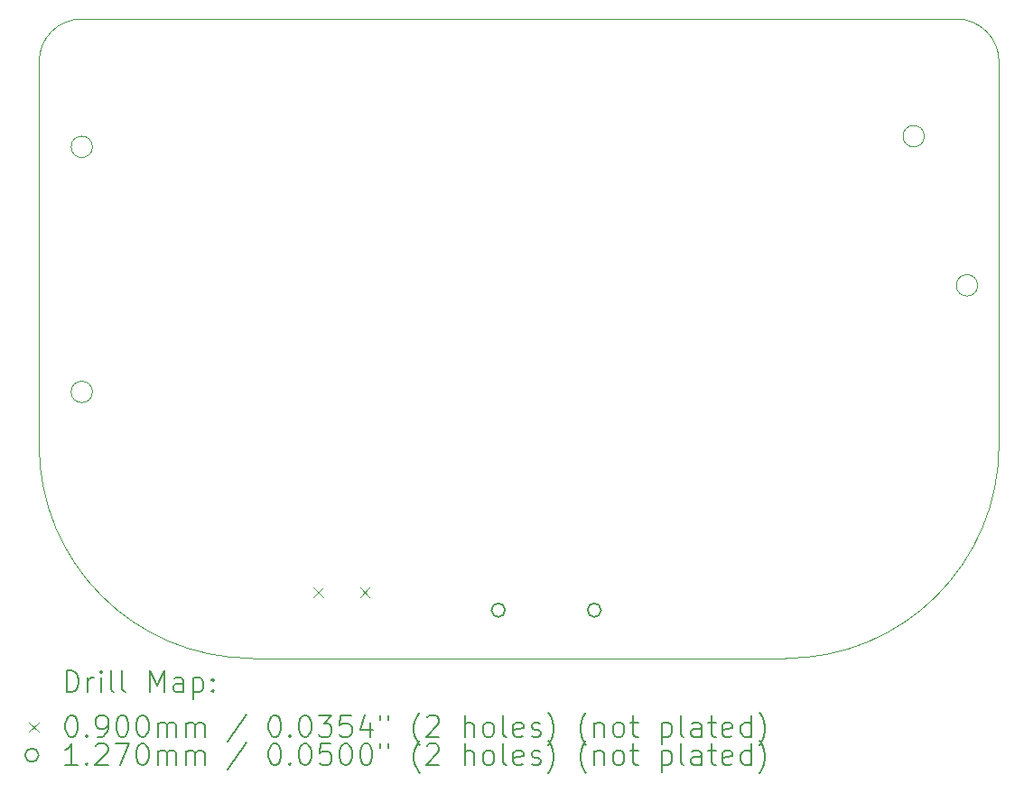
<source format=gbr>
%TF.GenerationSoftware,KiCad,Pcbnew,8.0.6*%
%TF.CreationDate,2025-03-25T19:51:37+01:00*%
%TF.ProjectId,CONTROL WIFI ESP32 S3 V4.0,434f4e54-524f-44c2-9057-494649204553,rev?*%
%TF.SameCoordinates,Original*%
%TF.FileFunction,Drillmap*%
%TF.FilePolarity,Positive*%
%FSLAX45Y45*%
G04 Gerber Fmt 4.5, Leading zero omitted, Abs format (unit mm)*
G04 Created by KiCad (PCBNEW 8.0.6) date 2025-03-25 19:51:37*
%MOMM*%
%LPD*%
G01*
G04 APERTURE LIST*
%ADD10C,0.100000*%
%ADD11C,0.200000*%
%ADD12C,0.127000*%
G04 APERTURE END LIST*
D10*
X11915000Y-10676500D02*
G75*
G02*
X11715000Y-10676500I-100000J0D01*
G01*
X11715000Y-10676500D02*
G75*
G02*
X11915000Y-10676500I100000J0D01*
G01*
X12115000Y-12176500D02*
X12115000Y-8576500D01*
X12115000Y-12176500D02*
G75*
G02*
X10115000Y-14176500I-2000000J0D01*
G01*
X3115000Y-8576500D02*
G75*
G02*
X3515000Y-8176500I400000J0D01*
G01*
X11715000Y-8176500D02*
G75*
G02*
X12115000Y-8576500I0J-400000D01*
G01*
X5115000Y-14176500D02*
G75*
G02*
X3115000Y-12176500I0J2000000D01*
G01*
X3515000Y-8176500D02*
X11715000Y-8176500D01*
X11415000Y-9276500D02*
G75*
G02*
X11215000Y-9276500I-100000J0D01*
G01*
X11215000Y-9276500D02*
G75*
G02*
X11415000Y-9276500I100000J0D01*
G01*
X3615000Y-9376500D02*
G75*
G02*
X3415000Y-9376500I-100000J0D01*
G01*
X3415000Y-9376500D02*
G75*
G02*
X3615000Y-9376500I100000J0D01*
G01*
X3615000Y-11676500D02*
G75*
G02*
X3415000Y-11676500I-100000J0D01*
G01*
X3415000Y-11676500D02*
G75*
G02*
X3615000Y-11676500I100000J0D01*
G01*
X3115000Y-8576500D02*
X3115000Y-12176500D01*
X5115000Y-14176500D02*
X10115000Y-14176500D01*
D11*
D10*
X5685000Y-13512500D02*
X5775000Y-13602500D01*
X5775000Y-13512500D02*
X5685000Y-13602500D01*
X6125000Y-13512500D02*
X6215000Y-13602500D01*
X6215000Y-13512500D02*
X6125000Y-13602500D01*
D12*
X7483500Y-13724000D02*
G75*
G02*
X7356500Y-13724000I-63500J0D01*
G01*
X7356500Y-13724000D02*
G75*
G02*
X7483500Y-13724000I63500J0D01*
G01*
X8383500Y-13724000D02*
G75*
G02*
X8256500Y-13724000I-63500J0D01*
G01*
X8256500Y-13724000D02*
G75*
G02*
X8383500Y-13724000I63500J0D01*
G01*
D11*
X3370777Y-14492984D02*
X3370777Y-14292984D01*
X3370777Y-14292984D02*
X3418396Y-14292984D01*
X3418396Y-14292984D02*
X3446967Y-14302508D01*
X3446967Y-14302508D02*
X3466015Y-14321555D01*
X3466015Y-14321555D02*
X3475539Y-14340603D01*
X3475539Y-14340603D02*
X3485062Y-14378698D01*
X3485062Y-14378698D02*
X3485062Y-14407269D01*
X3485062Y-14407269D02*
X3475539Y-14445365D01*
X3475539Y-14445365D02*
X3466015Y-14464412D01*
X3466015Y-14464412D02*
X3446967Y-14483460D01*
X3446967Y-14483460D02*
X3418396Y-14492984D01*
X3418396Y-14492984D02*
X3370777Y-14492984D01*
X3570777Y-14492984D02*
X3570777Y-14359650D01*
X3570777Y-14397746D02*
X3580301Y-14378698D01*
X3580301Y-14378698D02*
X3589824Y-14369174D01*
X3589824Y-14369174D02*
X3608872Y-14359650D01*
X3608872Y-14359650D02*
X3627920Y-14359650D01*
X3694586Y-14492984D02*
X3694586Y-14359650D01*
X3694586Y-14292984D02*
X3685062Y-14302508D01*
X3685062Y-14302508D02*
X3694586Y-14312031D01*
X3694586Y-14312031D02*
X3704110Y-14302508D01*
X3704110Y-14302508D02*
X3694586Y-14292984D01*
X3694586Y-14292984D02*
X3694586Y-14312031D01*
X3818396Y-14492984D02*
X3799348Y-14483460D01*
X3799348Y-14483460D02*
X3789824Y-14464412D01*
X3789824Y-14464412D02*
X3789824Y-14292984D01*
X3923158Y-14492984D02*
X3904110Y-14483460D01*
X3904110Y-14483460D02*
X3894586Y-14464412D01*
X3894586Y-14464412D02*
X3894586Y-14292984D01*
X4151729Y-14492984D02*
X4151729Y-14292984D01*
X4151729Y-14292984D02*
X4218396Y-14435841D01*
X4218396Y-14435841D02*
X4285063Y-14292984D01*
X4285063Y-14292984D02*
X4285063Y-14492984D01*
X4466015Y-14492984D02*
X4466015Y-14388222D01*
X4466015Y-14388222D02*
X4456491Y-14369174D01*
X4456491Y-14369174D02*
X4437444Y-14359650D01*
X4437444Y-14359650D02*
X4399348Y-14359650D01*
X4399348Y-14359650D02*
X4380301Y-14369174D01*
X4466015Y-14483460D02*
X4446967Y-14492984D01*
X4446967Y-14492984D02*
X4399348Y-14492984D01*
X4399348Y-14492984D02*
X4380301Y-14483460D01*
X4380301Y-14483460D02*
X4370777Y-14464412D01*
X4370777Y-14464412D02*
X4370777Y-14445365D01*
X4370777Y-14445365D02*
X4380301Y-14426317D01*
X4380301Y-14426317D02*
X4399348Y-14416793D01*
X4399348Y-14416793D02*
X4446967Y-14416793D01*
X4446967Y-14416793D02*
X4466015Y-14407269D01*
X4561253Y-14359650D02*
X4561253Y-14559650D01*
X4561253Y-14369174D02*
X4580301Y-14359650D01*
X4580301Y-14359650D02*
X4618396Y-14359650D01*
X4618396Y-14359650D02*
X4637444Y-14369174D01*
X4637444Y-14369174D02*
X4646967Y-14378698D01*
X4646967Y-14378698D02*
X4656491Y-14397746D01*
X4656491Y-14397746D02*
X4656491Y-14454888D01*
X4656491Y-14454888D02*
X4646967Y-14473936D01*
X4646967Y-14473936D02*
X4637444Y-14483460D01*
X4637444Y-14483460D02*
X4618396Y-14492984D01*
X4618396Y-14492984D02*
X4580301Y-14492984D01*
X4580301Y-14492984D02*
X4561253Y-14483460D01*
X4742205Y-14473936D02*
X4751729Y-14483460D01*
X4751729Y-14483460D02*
X4742205Y-14492984D01*
X4742205Y-14492984D02*
X4732682Y-14483460D01*
X4732682Y-14483460D02*
X4742205Y-14473936D01*
X4742205Y-14473936D02*
X4742205Y-14492984D01*
X4742205Y-14369174D02*
X4751729Y-14378698D01*
X4751729Y-14378698D02*
X4742205Y-14388222D01*
X4742205Y-14388222D02*
X4732682Y-14378698D01*
X4732682Y-14378698D02*
X4742205Y-14369174D01*
X4742205Y-14369174D02*
X4742205Y-14388222D01*
D10*
X3020000Y-14776500D02*
X3110000Y-14866500D01*
X3110000Y-14776500D02*
X3020000Y-14866500D01*
D11*
X3408872Y-14712984D02*
X3427920Y-14712984D01*
X3427920Y-14712984D02*
X3446967Y-14722508D01*
X3446967Y-14722508D02*
X3456491Y-14732031D01*
X3456491Y-14732031D02*
X3466015Y-14751079D01*
X3466015Y-14751079D02*
X3475539Y-14789174D01*
X3475539Y-14789174D02*
X3475539Y-14836793D01*
X3475539Y-14836793D02*
X3466015Y-14874888D01*
X3466015Y-14874888D02*
X3456491Y-14893936D01*
X3456491Y-14893936D02*
X3446967Y-14903460D01*
X3446967Y-14903460D02*
X3427920Y-14912984D01*
X3427920Y-14912984D02*
X3408872Y-14912984D01*
X3408872Y-14912984D02*
X3389824Y-14903460D01*
X3389824Y-14903460D02*
X3380301Y-14893936D01*
X3380301Y-14893936D02*
X3370777Y-14874888D01*
X3370777Y-14874888D02*
X3361253Y-14836793D01*
X3361253Y-14836793D02*
X3361253Y-14789174D01*
X3361253Y-14789174D02*
X3370777Y-14751079D01*
X3370777Y-14751079D02*
X3380301Y-14732031D01*
X3380301Y-14732031D02*
X3389824Y-14722508D01*
X3389824Y-14722508D02*
X3408872Y-14712984D01*
X3561253Y-14893936D02*
X3570777Y-14903460D01*
X3570777Y-14903460D02*
X3561253Y-14912984D01*
X3561253Y-14912984D02*
X3551729Y-14903460D01*
X3551729Y-14903460D02*
X3561253Y-14893936D01*
X3561253Y-14893936D02*
X3561253Y-14912984D01*
X3666015Y-14912984D02*
X3704110Y-14912984D01*
X3704110Y-14912984D02*
X3723158Y-14903460D01*
X3723158Y-14903460D02*
X3732682Y-14893936D01*
X3732682Y-14893936D02*
X3751729Y-14865365D01*
X3751729Y-14865365D02*
X3761253Y-14827269D01*
X3761253Y-14827269D02*
X3761253Y-14751079D01*
X3761253Y-14751079D02*
X3751729Y-14732031D01*
X3751729Y-14732031D02*
X3742205Y-14722508D01*
X3742205Y-14722508D02*
X3723158Y-14712984D01*
X3723158Y-14712984D02*
X3685062Y-14712984D01*
X3685062Y-14712984D02*
X3666015Y-14722508D01*
X3666015Y-14722508D02*
X3656491Y-14732031D01*
X3656491Y-14732031D02*
X3646967Y-14751079D01*
X3646967Y-14751079D02*
X3646967Y-14798698D01*
X3646967Y-14798698D02*
X3656491Y-14817746D01*
X3656491Y-14817746D02*
X3666015Y-14827269D01*
X3666015Y-14827269D02*
X3685062Y-14836793D01*
X3685062Y-14836793D02*
X3723158Y-14836793D01*
X3723158Y-14836793D02*
X3742205Y-14827269D01*
X3742205Y-14827269D02*
X3751729Y-14817746D01*
X3751729Y-14817746D02*
X3761253Y-14798698D01*
X3885062Y-14712984D02*
X3904110Y-14712984D01*
X3904110Y-14712984D02*
X3923158Y-14722508D01*
X3923158Y-14722508D02*
X3932682Y-14732031D01*
X3932682Y-14732031D02*
X3942205Y-14751079D01*
X3942205Y-14751079D02*
X3951729Y-14789174D01*
X3951729Y-14789174D02*
X3951729Y-14836793D01*
X3951729Y-14836793D02*
X3942205Y-14874888D01*
X3942205Y-14874888D02*
X3932682Y-14893936D01*
X3932682Y-14893936D02*
X3923158Y-14903460D01*
X3923158Y-14903460D02*
X3904110Y-14912984D01*
X3904110Y-14912984D02*
X3885062Y-14912984D01*
X3885062Y-14912984D02*
X3866015Y-14903460D01*
X3866015Y-14903460D02*
X3856491Y-14893936D01*
X3856491Y-14893936D02*
X3846967Y-14874888D01*
X3846967Y-14874888D02*
X3837443Y-14836793D01*
X3837443Y-14836793D02*
X3837443Y-14789174D01*
X3837443Y-14789174D02*
X3846967Y-14751079D01*
X3846967Y-14751079D02*
X3856491Y-14732031D01*
X3856491Y-14732031D02*
X3866015Y-14722508D01*
X3866015Y-14722508D02*
X3885062Y-14712984D01*
X4075539Y-14712984D02*
X4094586Y-14712984D01*
X4094586Y-14712984D02*
X4113634Y-14722508D01*
X4113634Y-14722508D02*
X4123158Y-14732031D01*
X4123158Y-14732031D02*
X4132682Y-14751079D01*
X4132682Y-14751079D02*
X4142205Y-14789174D01*
X4142205Y-14789174D02*
X4142205Y-14836793D01*
X4142205Y-14836793D02*
X4132682Y-14874888D01*
X4132682Y-14874888D02*
X4123158Y-14893936D01*
X4123158Y-14893936D02*
X4113634Y-14903460D01*
X4113634Y-14903460D02*
X4094586Y-14912984D01*
X4094586Y-14912984D02*
X4075539Y-14912984D01*
X4075539Y-14912984D02*
X4056491Y-14903460D01*
X4056491Y-14903460D02*
X4046967Y-14893936D01*
X4046967Y-14893936D02*
X4037443Y-14874888D01*
X4037443Y-14874888D02*
X4027920Y-14836793D01*
X4027920Y-14836793D02*
X4027920Y-14789174D01*
X4027920Y-14789174D02*
X4037443Y-14751079D01*
X4037443Y-14751079D02*
X4046967Y-14732031D01*
X4046967Y-14732031D02*
X4056491Y-14722508D01*
X4056491Y-14722508D02*
X4075539Y-14712984D01*
X4227920Y-14912984D02*
X4227920Y-14779650D01*
X4227920Y-14798698D02*
X4237444Y-14789174D01*
X4237444Y-14789174D02*
X4256491Y-14779650D01*
X4256491Y-14779650D02*
X4285063Y-14779650D01*
X4285063Y-14779650D02*
X4304110Y-14789174D01*
X4304110Y-14789174D02*
X4313634Y-14808222D01*
X4313634Y-14808222D02*
X4313634Y-14912984D01*
X4313634Y-14808222D02*
X4323158Y-14789174D01*
X4323158Y-14789174D02*
X4342205Y-14779650D01*
X4342205Y-14779650D02*
X4370777Y-14779650D01*
X4370777Y-14779650D02*
X4389825Y-14789174D01*
X4389825Y-14789174D02*
X4399348Y-14808222D01*
X4399348Y-14808222D02*
X4399348Y-14912984D01*
X4494586Y-14912984D02*
X4494586Y-14779650D01*
X4494586Y-14798698D02*
X4504110Y-14789174D01*
X4504110Y-14789174D02*
X4523158Y-14779650D01*
X4523158Y-14779650D02*
X4551729Y-14779650D01*
X4551729Y-14779650D02*
X4570777Y-14789174D01*
X4570777Y-14789174D02*
X4580301Y-14808222D01*
X4580301Y-14808222D02*
X4580301Y-14912984D01*
X4580301Y-14808222D02*
X4589825Y-14789174D01*
X4589825Y-14789174D02*
X4608872Y-14779650D01*
X4608872Y-14779650D02*
X4637444Y-14779650D01*
X4637444Y-14779650D02*
X4656491Y-14789174D01*
X4656491Y-14789174D02*
X4666015Y-14808222D01*
X4666015Y-14808222D02*
X4666015Y-14912984D01*
X5056491Y-14703460D02*
X4885063Y-14960603D01*
X5313634Y-14712984D02*
X5332682Y-14712984D01*
X5332682Y-14712984D02*
X5351729Y-14722508D01*
X5351729Y-14722508D02*
X5361253Y-14732031D01*
X5361253Y-14732031D02*
X5370777Y-14751079D01*
X5370777Y-14751079D02*
X5380301Y-14789174D01*
X5380301Y-14789174D02*
X5380301Y-14836793D01*
X5380301Y-14836793D02*
X5370777Y-14874888D01*
X5370777Y-14874888D02*
X5361253Y-14893936D01*
X5361253Y-14893936D02*
X5351729Y-14903460D01*
X5351729Y-14903460D02*
X5332682Y-14912984D01*
X5332682Y-14912984D02*
X5313634Y-14912984D01*
X5313634Y-14912984D02*
X5294587Y-14903460D01*
X5294587Y-14903460D02*
X5285063Y-14893936D01*
X5285063Y-14893936D02*
X5275539Y-14874888D01*
X5275539Y-14874888D02*
X5266015Y-14836793D01*
X5266015Y-14836793D02*
X5266015Y-14789174D01*
X5266015Y-14789174D02*
X5275539Y-14751079D01*
X5275539Y-14751079D02*
X5285063Y-14732031D01*
X5285063Y-14732031D02*
X5294587Y-14722508D01*
X5294587Y-14722508D02*
X5313634Y-14712984D01*
X5466015Y-14893936D02*
X5475539Y-14903460D01*
X5475539Y-14903460D02*
X5466015Y-14912984D01*
X5466015Y-14912984D02*
X5456491Y-14903460D01*
X5456491Y-14903460D02*
X5466015Y-14893936D01*
X5466015Y-14893936D02*
X5466015Y-14912984D01*
X5599348Y-14712984D02*
X5618396Y-14712984D01*
X5618396Y-14712984D02*
X5637444Y-14722508D01*
X5637444Y-14722508D02*
X5646967Y-14732031D01*
X5646967Y-14732031D02*
X5656491Y-14751079D01*
X5656491Y-14751079D02*
X5666015Y-14789174D01*
X5666015Y-14789174D02*
X5666015Y-14836793D01*
X5666015Y-14836793D02*
X5656491Y-14874888D01*
X5656491Y-14874888D02*
X5646967Y-14893936D01*
X5646967Y-14893936D02*
X5637444Y-14903460D01*
X5637444Y-14903460D02*
X5618396Y-14912984D01*
X5618396Y-14912984D02*
X5599348Y-14912984D01*
X5599348Y-14912984D02*
X5580301Y-14903460D01*
X5580301Y-14903460D02*
X5570777Y-14893936D01*
X5570777Y-14893936D02*
X5561253Y-14874888D01*
X5561253Y-14874888D02*
X5551729Y-14836793D01*
X5551729Y-14836793D02*
X5551729Y-14789174D01*
X5551729Y-14789174D02*
X5561253Y-14751079D01*
X5561253Y-14751079D02*
X5570777Y-14732031D01*
X5570777Y-14732031D02*
X5580301Y-14722508D01*
X5580301Y-14722508D02*
X5599348Y-14712984D01*
X5732682Y-14712984D02*
X5856491Y-14712984D01*
X5856491Y-14712984D02*
X5789825Y-14789174D01*
X5789825Y-14789174D02*
X5818396Y-14789174D01*
X5818396Y-14789174D02*
X5837444Y-14798698D01*
X5837444Y-14798698D02*
X5846967Y-14808222D01*
X5846967Y-14808222D02*
X5856491Y-14827269D01*
X5856491Y-14827269D02*
X5856491Y-14874888D01*
X5856491Y-14874888D02*
X5846967Y-14893936D01*
X5846967Y-14893936D02*
X5837444Y-14903460D01*
X5837444Y-14903460D02*
X5818396Y-14912984D01*
X5818396Y-14912984D02*
X5761253Y-14912984D01*
X5761253Y-14912984D02*
X5742206Y-14903460D01*
X5742206Y-14903460D02*
X5732682Y-14893936D01*
X6037444Y-14712984D02*
X5942206Y-14712984D01*
X5942206Y-14712984D02*
X5932682Y-14808222D01*
X5932682Y-14808222D02*
X5942206Y-14798698D01*
X5942206Y-14798698D02*
X5961253Y-14789174D01*
X5961253Y-14789174D02*
X6008872Y-14789174D01*
X6008872Y-14789174D02*
X6027920Y-14798698D01*
X6027920Y-14798698D02*
X6037444Y-14808222D01*
X6037444Y-14808222D02*
X6046967Y-14827269D01*
X6046967Y-14827269D02*
X6046967Y-14874888D01*
X6046967Y-14874888D02*
X6037444Y-14893936D01*
X6037444Y-14893936D02*
X6027920Y-14903460D01*
X6027920Y-14903460D02*
X6008872Y-14912984D01*
X6008872Y-14912984D02*
X5961253Y-14912984D01*
X5961253Y-14912984D02*
X5942206Y-14903460D01*
X5942206Y-14903460D02*
X5932682Y-14893936D01*
X6218396Y-14779650D02*
X6218396Y-14912984D01*
X6170777Y-14703460D02*
X6123158Y-14846317D01*
X6123158Y-14846317D02*
X6246967Y-14846317D01*
X6313634Y-14712984D02*
X6313634Y-14751079D01*
X6389825Y-14712984D02*
X6389825Y-14751079D01*
X6685063Y-14989174D02*
X6675539Y-14979650D01*
X6675539Y-14979650D02*
X6656491Y-14951079D01*
X6656491Y-14951079D02*
X6646968Y-14932031D01*
X6646968Y-14932031D02*
X6637444Y-14903460D01*
X6637444Y-14903460D02*
X6627920Y-14855841D01*
X6627920Y-14855841D02*
X6627920Y-14817746D01*
X6627920Y-14817746D02*
X6637444Y-14770127D01*
X6637444Y-14770127D02*
X6646968Y-14741555D01*
X6646968Y-14741555D02*
X6656491Y-14722508D01*
X6656491Y-14722508D02*
X6675539Y-14693936D01*
X6675539Y-14693936D02*
X6685063Y-14684412D01*
X6751729Y-14732031D02*
X6761253Y-14722508D01*
X6761253Y-14722508D02*
X6780301Y-14712984D01*
X6780301Y-14712984D02*
X6827920Y-14712984D01*
X6827920Y-14712984D02*
X6846968Y-14722508D01*
X6846968Y-14722508D02*
X6856491Y-14732031D01*
X6856491Y-14732031D02*
X6866015Y-14751079D01*
X6866015Y-14751079D02*
X6866015Y-14770127D01*
X6866015Y-14770127D02*
X6856491Y-14798698D01*
X6856491Y-14798698D02*
X6742206Y-14912984D01*
X6742206Y-14912984D02*
X6866015Y-14912984D01*
X7104110Y-14912984D02*
X7104110Y-14712984D01*
X7189825Y-14912984D02*
X7189825Y-14808222D01*
X7189825Y-14808222D02*
X7180301Y-14789174D01*
X7180301Y-14789174D02*
X7161253Y-14779650D01*
X7161253Y-14779650D02*
X7132682Y-14779650D01*
X7132682Y-14779650D02*
X7113634Y-14789174D01*
X7113634Y-14789174D02*
X7104110Y-14798698D01*
X7313634Y-14912984D02*
X7294587Y-14903460D01*
X7294587Y-14903460D02*
X7285063Y-14893936D01*
X7285063Y-14893936D02*
X7275539Y-14874888D01*
X7275539Y-14874888D02*
X7275539Y-14817746D01*
X7275539Y-14817746D02*
X7285063Y-14798698D01*
X7285063Y-14798698D02*
X7294587Y-14789174D01*
X7294587Y-14789174D02*
X7313634Y-14779650D01*
X7313634Y-14779650D02*
X7342206Y-14779650D01*
X7342206Y-14779650D02*
X7361253Y-14789174D01*
X7361253Y-14789174D02*
X7370777Y-14798698D01*
X7370777Y-14798698D02*
X7380301Y-14817746D01*
X7380301Y-14817746D02*
X7380301Y-14874888D01*
X7380301Y-14874888D02*
X7370777Y-14893936D01*
X7370777Y-14893936D02*
X7361253Y-14903460D01*
X7361253Y-14903460D02*
X7342206Y-14912984D01*
X7342206Y-14912984D02*
X7313634Y-14912984D01*
X7494587Y-14912984D02*
X7475539Y-14903460D01*
X7475539Y-14903460D02*
X7466015Y-14884412D01*
X7466015Y-14884412D02*
X7466015Y-14712984D01*
X7646968Y-14903460D02*
X7627920Y-14912984D01*
X7627920Y-14912984D02*
X7589825Y-14912984D01*
X7589825Y-14912984D02*
X7570777Y-14903460D01*
X7570777Y-14903460D02*
X7561253Y-14884412D01*
X7561253Y-14884412D02*
X7561253Y-14808222D01*
X7561253Y-14808222D02*
X7570777Y-14789174D01*
X7570777Y-14789174D02*
X7589825Y-14779650D01*
X7589825Y-14779650D02*
X7627920Y-14779650D01*
X7627920Y-14779650D02*
X7646968Y-14789174D01*
X7646968Y-14789174D02*
X7656491Y-14808222D01*
X7656491Y-14808222D02*
X7656491Y-14827269D01*
X7656491Y-14827269D02*
X7561253Y-14846317D01*
X7732682Y-14903460D02*
X7751730Y-14912984D01*
X7751730Y-14912984D02*
X7789825Y-14912984D01*
X7789825Y-14912984D02*
X7808872Y-14903460D01*
X7808872Y-14903460D02*
X7818396Y-14884412D01*
X7818396Y-14884412D02*
X7818396Y-14874888D01*
X7818396Y-14874888D02*
X7808872Y-14855841D01*
X7808872Y-14855841D02*
X7789825Y-14846317D01*
X7789825Y-14846317D02*
X7761253Y-14846317D01*
X7761253Y-14846317D02*
X7742206Y-14836793D01*
X7742206Y-14836793D02*
X7732682Y-14817746D01*
X7732682Y-14817746D02*
X7732682Y-14808222D01*
X7732682Y-14808222D02*
X7742206Y-14789174D01*
X7742206Y-14789174D02*
X7761253Y-14779650D01*
X7761253Y-14779650D02*
X7789825Y-14779650D01*
X7789825Y-14779650D02*
X7808872Y-14789174D01*
X7885063Y-14989174D02*
X7894587Y-14979650D01*
X7894587Y-14979650D02*
X7913634Y-14951079D01*
X7913634Y-14951079D02*
X7923158Y-14932031D01*
X7923158Y-14932031D02*
X7932682Y-14903460D01*
X7932682Y-14903460D02*
X7942206Y-14855841D01*
X7942206Y-14855841D02*
X7942206Y-14817746D01*
X7942206Y-14817746D02*
X7932682Y-14770127D01*
X7932682Y-14770127D02*
X7923158Y-14741555D01*
X7923158Y-14741555D02*
X7913634Y-14722508D01*
X7913634Y-14722508D02*
X7894587Y-14693936D01*
X7894587Y-14693936D02*
X7885063Y-14684412D01*
X8246968Y-14989174D02*
X8237444Y-14979650D01*
X8237444Y-14979650D02*
X8218396Y-14951079D01*
X8218396Y-14951079D02*
X8208872Y-14932031D01*
X8208872Y-14932031D02*
X8199349Y-14903460D01*
X8199349Y-14903460D02*
X8189825Y-14855841D01*
X8189825Y-14855841D02*
X8189825Y-14817746D01*
X8189825Y-14817746D02*
X8199349Y-14770127D01*
X8199349Y-14770127D02*
X8208872Y-14741555D01*
X8208872Y-14741555D02*
X8218396Y-14722508D01*
X8218396Y-14722508D02*
X8237444Y-14693936D01*
X8237444Y-14693936D02*
X8246968Y-14684412D01*
X8323158Y-14779650D02*
X8323158Y-14912984D01*
X8323158Y-14798698D02*
X8332682Y-14789174D01*
X8332682Y-14789174D02*
X8351730Y-14779650D01*
X8351730Y-14779650D02*
X8380301Y-14779650D01*
X8380301Y-14779650D02*
X8399349Y-14789174D01*
X8399349Y-14789174D02*
X8408873Y-14808222D01*
X8408873Y-14808222D02*
X8408873Y-14912984D01*
X8532682Y-14912984D02*
X8513634Y-14903460D01*
X8513634Y-14903460D02*
X8504111Y-14893936D01*
X8504111Y-14893936D02*
X8494587Y-14874888D01*
X8494587Y-14874888D02*
X8494587Y-14817746D01*
X8494587Y-14817746D02*
X8504111Y-14798698D01*
X8504111Y-14798698D02*
X8513634Y-14789174D01*
X8513634Y-14789174D02*
X8532682Y-14779650D01*
X8532682Y-14779650D02*
X8561254Y-14779650D01*
X8561254Y-14779650D02*
X8580301Y-14789174D01*
X8580301Y-14789174D02*
X8589825Y-14798698D01*
X8589825Y-14798698D02*
X8599349Y-14817746D01*
X8599349Y-14817746D02*
X8599349Y-14874888D01*
X8599349Y-14874888D02*
X8589825Y-14893936D01*
X8589825Y-14893936D02*
X8580301Y-14903460D01*
X8580301Y-14903460D02*
X8561254Y-14912984D01*
X8561254Y-14912984D02*
X8532682Y-14912984D01*
X8656492Y-14779650D02*
X8732682Y-14779650D01*
X8685063Y-14712984D02*
X8685063Y-14884412D01*
X8685063Y-14884412D02*
X8694587Y-14903460D01*
X8694587Y-14903460D02*
X8713634Y-14912984D01*
X8713634Y-14912984D02*
X8732682Y-14912984D01*
X8951730Y-14779650D02*
X8951730Y-14979650D01*
X8951730Y-14789174D02*
X8970777Y-14779650D01*
X8970777Y-14779650D02*
X9008873Y-14779650D01*
X9008873Y-14779650D02*
X9027920Y-14789174D01*
X9027920Y-14789174D02*
X9037444Y-14798698D01*
X9037444Y-14798698D02*
X9046968Y-14817746D01*
X9046968Y-14817746D02*
X9046968Y-14874888D01*
X9046968Y-14874888D02*
X9037444Y-14893936D01*
X9037444Y-14893936D02*
X9027920Y-14903460D01*
X9027920Y-14903460D02*
X9008873Y-14912984D01*
X9008873Y-14912984D02*
X8970777Y-14912984D01*
X8970777Y-14912984D02*
X8951730Y-14903460D01*
X9161254Y-14912984D02*
X9142206Y-14903460D01*
X9142206Y-14903460D02*
X9132682Y-14884412D01*
X9132682Y-14884412D02*
X9132682Y-14712984D01*
X9323158Y-14912984D02*
X9323158Y-14808222D01*
X9323158Y-14808222D02*
X9313635Y-14789174D01*
X9313635Y-14789174D02*
X9294587Y-14779650D01*
X9294587Y-14779650D02*
X9256492Y-14779650D01*
X9256492Y-14779650D02*
X9237444Y-14789174D01*
X9323158Y-14903460D02*
X9304111Y-14912984D01*
X9304111Y-14912984D02*
X9256492Y-14912984D01*
X9256492Y-14912984D02*
X9237444Y-14903460D01*
X9237444Y-14903460D02*
X9227920Y-14884412D01*
X9227920Y-14884412D02*
X9227920Y-14865365D01*
X9227920Y-14865365D02*
X9237444Y-14846317D01*
X9237444Y-14846317D02*
X9256492Y-14836793D01*
X9256492Y-14836793D02*
X9304111Y-14836793D01*
X9304111Y-14836793D02*
X9323158Y-14827269D01*
X9389825Y-14779650D02*
X9466015Y-14779650D01*
X9418396Y-14712984D02*
X9418396Y-14884412D01*
X9418396Y-14884412D02*
X9427920Y-14903460D01*
X9427920Y-14903460D02*
X9446968Y-14912984D01*
X9446968Y-14912984D02*
X9466015Y-14912984D01*
X9608873Y-14903460D02*
X9589825Y-14912984D01*
X9589825Y-14912984D02*
X9551730Y-14912984D01*
X9551730Y-14912984D02*
X9532682Y-14903460D01*
X9532682Y-14903460D02*
X9523158Y-14884412D01*
X9523158Y-14884412D02*
X9523158Y-14808222D01*
X9523158Y-14808222D02*
X9532682Y-14789174D01*
X9532682Y-14789174D02*
X9551730Y-14779650D01*
X9551730Y-14779650D02*
X9589825Y-14779650D01*
X9589825Y-14779650D02*
X9608873Y-14789174D01*
X9608873Y-14789174D02*
X9618396Y-14808222D01*
X9618396Y-14808222D02*
X9618396Y-14827269D01*
X9618396Y-14827269D02*
X9523158Y-14846317D01*
X9789825Y-14912984D02*
X9789825Y-14712984D01*
X9789825Y-14903460D02*
X9770777Y-14912984D01*
X9770777Y-14912984D02*
X9732682Y-14912984D01*
X9732682Y-14912984D02*
X9713635Y-14903460D01*
X9713635Y-14903460D02*
X9704111Y-14893936D01*
X9704111Y-14893936D02*
X9694587Y-14874888D01*
X9694587Y-14874888D02*
X9694587Y-14817746D01*
X9694587Y-14817746D02*
X9704111Y-14798698D01*
X9704111Y-14798698D02*
X9713635Y-14789174D01*
X9713635Y-14789174D02*
X9732682Y-14779650D01*
X9732682Y-14779650D02*
X9770777Y-14779650D01*
X9770777Y-14779650D02*
X9789825Y-14789174D01*
X9866016Y-14989174D02*
X9875539Y-14979650D01*
X9875539Y-14979650D02*
X9894587Y-14951079D01*
X9894587Y-14951079D02*
X9904111Y-14932031D01*
X9904111Y-14932031D02*
X9913635Y-14903460D01*
X9913635Y-14903460D02*
X9923158Y-14855841D01*
X9923158Y-14855841D02*
X9923158Y-14817746D01*
X9923158Y-14817746D02*
X9913635Y-14770127D01*
X9913635Y-14770127D02*
X9904111Y-14741555D01*
X9904111Y-14741555D02*
X9894587Y-14722508D01*
X9894587Y-14722508D02*
X9875539Y-14693936D01*
X9875539Y-14693936D02*
X9866016Y-14684412D01*
D12*
X3110000Y-15085500D02*
G75*
G02*
X2983000Y-15085500I-63500J0D01*
G01*
X2983000Y-15085500D02*
G75*
G02*
X3110000Y-15085500I63500J0D01*
G01*
D11*
X3475539Y-15176984D02*
X3361253Y-15176984D01*
X3418396Y-15176984D02*
X3418396Y-14976984D01*
X3418396Y-14976984D02*
X3399348Y-15005555D01*
X3399348Y-15005555D02*
X3380301Y-15024603D01*
X3380301Y-15024603D02*
X3361253Y-15034127D01*
X3561253Y-15157936D02*
X3570777Y-15167460D01*
X3570777Y-15167460D02*
X3561253Y-15176984D01*
X3561253Y-15176984D02*
X3551729Y-15167460D01*
X3551729Y-15167460D02*
X3561253Y-15157936D01*
X3561253Y-15157936D02*
X3561253Y-15176984D01*
X3646967Y-14996031D02*
X3656491Y-14986508D01*
X3656491Y-14986508D02*
X3675539Y-14976984D01*
X3675539Y-14976984D02*
X3723158Y-14976984D01*
X3723158Y-14976984D02*
X3742205Y-14986508D01*
X3742205Y-14986508D02*
X3751729Y-14996031D01*
X3751729Y-14996031D02*
X3761253Y-15015079D01*
X3761253Y-15015079D02*
X3761253Y-15034127D01*
X3761253Y-15034127D02*
X3751729Y-15062698D01*
X3751729Y-15062698D02*
X3637443Y-15176984D01*
X3637443Y-15176984D02*
X3761253Y-15176984D01*
X3827920Y-14976984D02*
X3961253Y-14976984D01*
X3961253Y-14976984D02*
X3875539Y-15176984D01*
X4075539Y-14976984D02*
X4094586Y-14976984D01*
X4094586Y-14976984D02*
X4113634Y-14986508D01*
X4113634Y-14986508D02*
X4123158Y-14996031D01*
X4123158Y-14996031D02*
X4132682Y-15015079D01*
X4132682Y-15015079D02*
X4142205Y-15053174D01*
X4142205Y-15053174D02*
X4142205Y-15100793D01*
X4142205Y-15100793D02*
X4132682Y-15138888D01*
X4132682Y-15138888D02*
X4123158Y-15157936D01*
X4123158Y-15157936D02*
X4113634Y-15167460D01*
X4113634Y-15167460D02*
X4094586Y-15176984D01*
X4094586Y-15176984D02*
X4075539Y-15176984D01*
X4075539Y-15176984D02*
X4056491Y-15167460D01*
X4056491Y-15167460D02*
X4046967Y-15157936D01*
X4046967Y-15157936D02*
X4037443Y-15138888D01*
X4037443Y-15138888D02*
X4027920Y-15100793D01*
X4027920Y-15100793D02*
X4027920Y-15053174D01*
X4027920Y-15053174D02*
X4037443Y-15015079D01*
X4037443Y-15015079D02*
X4046967Y-14996031D01*
X4046967Y-14996031D02*
X4056491Y-14986508D01*
X4056491Y-14986508D02*
X4075539Y-14976984D01*
X4227920Y-15176984D02*
X4227920Y-15043650D01*
X4227920Y-15062698D02*
X4237444Y-15053174D01*
X4237444Y-15053174D02*
X4256491Y-15043650D01*
X4256491Y-15043650D02*
X4285063Y-15043650D01*
X4285063Y-15043650D02*
X4304110Y-15053174D01*
X4304110Y-15053174D02*
X4313634Y-15072222D01*
X4313634Y-15072222D02*
X4313634Y-15176984D01*
X4313634Y-15072222D02*
X4323158Y-15053174D01*
X4323158Y-15053174D02*
X4342205Y-15043650D01*
X4342205Y-15043650D02*
X4370777Y-15043650D01*
X4370777Y-15043650D02*
X4389825Y-15053174D01*
X4389825Y-15053174D02*
X4399348Y-15072222D01*
X4399348Y-15072222D02*
X4399348Y-15176984D01*
X4494586Y-15176984D02*
X4494586Y-15043650D01*
X4494586Y-15062698D02*
X4504110Y-15053174D01*
X4504110Y-15053174D02*
X4523158Y-15043650D01*
X4523158Y-15043650D02*
X4551729Y-15043650D01*
X4551729Y-15043650D02*
X4570777Y-15053174D01*
X4570777Y-15053174D02*
X4580301Y-15072222D01*
X4580301Y-15072222D02*
X4580301Y-15176984D01*
X4580301Y-15072222D02*
X4589825Y-15053174D01*
X4589825Y-15053174D02*
X4608872Y-15043650D01*
X4608872Y-15043650D02*
X4637444Y-15043650D01*
X4637444Y-15043650D02*
X4656491Y-15053174D01*
X4656491Y-15053174D02*
X4666015Y-15072222D01*
X4666015Y-15072222D02*
X4666015Y-15176984D01*
X5056491Y-14967460D02*
X4885063Y-15224603D01*
X5313634Y-14976984D02*
X5332682Y-14976984D01*
X5332682Y-14976984D02*
X5351729Y-14986508D01*
X5351729Y-14986508D02*
X5361253Y-14996031D01*
X5361253Y-14996031D02*
X5370777Y-15015079D01*
X5370777Y-15015079D02*
X5380301Y-15053174D01*
X5380301Y-15053174D02*
X5380301Y-15100793D01*
X5380301Y-15100793D02*
X5370777Y-15138888D01*
X5370777Y-15138888D02*
X5361253Y-15157936D01*
X5361253Y-15157936D02*
X5351729Y-15167460D01*
X5351729Y-15167460D02*
X5332682Y-15176984D01*
X5332682Y-15176984D02*
X5313634Y-15176984D01*
X5313634Y-15176984D02*
X5294587Y-15167460D01*
X5294587Y-15167460D02*
X5285063Y-15157936D01*
X5285063Y-15157936D02*
X5275539Y-15138888D01*
X5275539Y-15138888D02*
X5266015Y-15100793D01*
X5266015Y-15100793D02*
X5266015Y-15053174D01*
X5266015Y-15053174D02*
X5275539Y-15015079D01*
X5275539Y-15015079D02*
X5285063Y-14996031D01*
X5285063Y-14996031D02*
X5294587Y-14986508D01*
X5294587Y-14986508D02*
X5313634Y-14976984D01*
X5466015Y-15157936D02*
X5475539Y-15167460D01*
X5475539Y-15167460D02*
X5466015Y-15176984D01*
X5466015Y-15176984D02*
X5456491Y-15167460D01*
X5456491Y-15167460D02*
X5466015Y-15157936D01*
X5466015Y-15157936D02*
X5466015Y-15176984D01*
X5599348Y-14976984D02*
X5618396Y-14976984D01*
X5618396Y-14976984D02*
X5637444Y-14986508D01*
X5637444Y-14986508D02*
X5646967Y-14996031D01*
X5646967Y-14996031D02*
X5656491Y-15015079D01*
X5656491Y-15015079D02*
X5666015Y-15053174D01*
X5666015Y-15053174D02*
X5666015Y-15100793D01*
X5666015Y-15100793D02*
X5656491Y-15138888D01*
X5656491Y-15138888D02*
X5646967Y-15157936D01*
X5646967Y-15157936D02*
X5637444Y-15167460D01*
X5637444Y-15167460D02*
X5618396Y-15176984D01*
X5618396Y-15176984D02*
X5599348Y-15176984D01*
X5599348Y-15176984D02*
X5580301Y-15167460D01*
X5580301Y-15167460D02*
X5570777Y-15157936D01*
X5570777Y-15157936D02*
X5561253Y-15138888D01*
X5561253Y-15138888D02*
X5551729Y-15100793D01*
X5551729Y-15100793D02*
X5551729Y-15053174D01*
X5551729Y-15053174D02*
X5561253Y-15015079D01*
X5561253Y-15015079D02*
X5570777Y-14996031D01*
X5570777Y-14996031D02*
X5580301Y-14986508D01*
X5580301Y-14986508D02*
X5599348Y-14976984D01*
X5846967Y-14976984D02*
X5751729Y-14976984D01*
X5751729Y-14976984D02*
X5742206Y-15072222D01*
X5742206Y-15072222D02*
X5751729Y-15062698D01*
X5751729Y-15062698D02*
X5770777Y-15053174D01*
X5770777Y-15053174D02*
X5818396Y-15053174D01*
X5818396Y-15053174D02*
X5837444Y-15062698D01*
X5837444Y-15062698D02*
X5846967Y-15072222D01*
X5846967Y-15072222D02*
X5856491Y-15091269D01*
X5856491Y-15091269D02*
X5856491Y-15138888D01*
X5856491Y-15138888D02*
X5846967Y-15157936D01*
X5846967Y-15157936D02*
X5837444Y-15167460D01*
X5837444Y-15167460D02*
X5818396Y-15176984D01*
X5818396Y-15176984D02*
X5770777Y-15176984D01*
X5770777Y-15176984D02*
X5751729Y-15167460D01*
X5751729Y-15167460D02*
X5742206Y-15157936D01*
X5980301Y-14976984D02*
X5999348Y-14976984D01*
X5999348Y-14976984D02*
X6018396Y-14986508D01*
X6018396Y-14986508D02*
X6027920Y-14996031D01*
X6027920Y-14996031D02*
X6037444Y-15015079D01*
X6037444Y-15015079D02*
X6046967Y-15053174D01*
X6046967Y-15053174D02*
X6046967Y-15100793D01*
X6046967Y-15100793D02*
X6037444Y-15138888D01*
X6037444Y-15138888D02*
X6027920Y-15157936D01*
X6027920Y-15157936D02*
X6018396Y-15167460D01*
X6018396Y-15167460D02*
X5999348Y-15176984D01*
X5999348Y-15176984D02*
X5980301Y-15176984D01*
X5980301Y-15176984D02*
X5961253Y-15167460D01*
X5961253Y-15167460D02*
X5951729Y-15157936D01*
X5951729Y-15157936D02*
X5942206Y-15138888D01*
X5942206Y-15138888D02*
X5932682Y-15100793D01*
X5932682Y-15100793D02*
X5932682Y-15053174D01*
X5932682Y-15053174D02*
X5942206Y-15015079D01*
X5942206Y-15015079D02*
X5951729Y-14996031D01*
X5951729Y-14996031D02*
X5961253Y-14986508D01*
X5961253Y-14986508D02*
X5980301Y-14976984D01*
X6170777Y-14976984D02*
X6189825Y-14976984D01*
X6189825Y-14976984D02*
X6208872Y-14986508D01*
X6208872Y-14986508D02*
X6218396Y-14996031D01*
X6218396Y-14996031D02*
X6227920Y-15015079D01*
X6227920Y-15015079D02*
X6237444Y-15053174D01*
X6237444Y-15053174D02*
X6237444Y-15100793D01*
X6237444Y-15100793D02*
X6227920Y-15138888D01*
X6227920Y-15138888D02*
X6218396Y-15157936D01*
X6218396Y-15157936D02*
X6208872Y-15167460D01*
X6208872Y-15167460D02*
X6189825Y-15176984D01*
X6189825Y-15176984D02*
X6170777Y-15176984D01*
X6170777Y-15176984D02*
X6151729Y-15167460D01*
X6151729Y-15167460D02*
X6142206Y-15157936D01*
X6142206Y-15157936D02*
X6132682Y-15138888D01*
X6132682Y-15138888D02*
X6123158Y-15100793D01*
X6123158Y-15100793D02*
X6123158Y-15053174D01*
X6123158Y-15053174D02*
X6132682Y-15015079D01*
X6132682Y-15015079D02*
X6142206Y-14996031D01*
X6142206Y-14996031D02*
X6151729Y-14986508D01*
X6151729Y-14986508D02*
X6170777Y-14976984D01*
X6313634Y-14976984D02*
X6313634Y-15015079D01*
X6389825Y-14976984D02*
X6389825Y-15015079D01*
X6685063Y-15253174D02*
X6675539Y-15243650D01*
X6675539Y-15243650D02*
X6656491Y-15215079D01*
X6656491Y-15215079D02*
X6646968Y-15196031D01*
X6646968Y-15196031D02*
X6637444Y-15167460D01*
X6637444Y-15167460D02*
X6627920Y-15119841D01*
X6627920Y-15119841D02*
X6627920Y-15081746D01*
X6627920Y-15081746D02*
X6637444Y-15034127D01*
X6637444Y-15034127D02*
X6646968Y-15005555D01*
X6646968Y-15005555D02*
X6656491Y-14986508D01*
X6656491Y-14986508D02*
X6675539Y-14957936D01*
X6675539Y-14957936D02*
X6685063Y-14948412D01*
X6751729Y-14996031D02*
X6761253Y-14986508D01*
X6761253Y-14986508D02*
X6780301Y-14976984D01*
X6780301Y-14976984D02*
X6827920Y-14976984D01*
X6827920Y-14976984D02*
X6846968Y-14986508D01*
X6846968Y-14986508D02*
X6856491Y-14996031D01*
X6856491Y-14996031D02*
X6866015Y-15015079D01*
X6866015Y-15015079D02*
X6866015Y-15034127D01*
X6866015Y-15034127D02*
X6856491Y-15062698D01*
X6856491Y-15062698D02*
X6742206Y-15176984D01*
X6742206Y-15176984D02*
X6866015Y-15176984D01*
X7104110Y-15176984D02*
X7104110Y-14976984D01*
X7189825Y-15176984D02*
X7189825Y-15072222D01*
X7189825Y-15072222D02*
X7180301Y-15053174D01*
X7180301Y-15053174D02*
X7161253Y-15043650D01*
X7161253Y-15043650D02*
X7132682Y-15043650D01*
X7132682Y-15043650D02*
X7113634Y-15053174D01*
X7113634Y-15053174D02*
X7104110Y-15062698D01*
X7313634Y-15176984D02*
X7294587Y-15167460D01*
X7294587Y-15167460D02*
X7285063Y-15157936D01*
X7285063Y-15157936D02*
X7275539Y-15138888D01*
X7275539Y-15138888D02*
X7275539Y-15081746D01*
X7275539Y-15081746D02*
X7285063Y-15062698D01*
X7285063Y-15062698D02*
X7294587Y-15053174D01*
X7294587Y-15053174D02*
X7313634Y-15043650D01*
X7313634Y-15043650D02*
X7342206Y-15043650D01*
X7342206Y-15043650D02*
X7361253Y-15053174D01*
X7361253Y-15053174D02*
X7370777Y-15062698D01*
X7370777Y-15062698D02*
X7380301Y-15081746D01*
X7380301Y-15081746D02*
X7380301Y-15138888D01*
X7380301Y-15138888D02*
X7370777Y-15157936D01*
X7370777Y-15157936D02*
X7361253Y-15167460D01*
X7361253Y-15167460D02*
X7342206Y-15176984D01*
X7342206Y-15176984D02*
X7313634Y-15176984D01*
X7494587Y-15176984D02*
X7475539Y-15167460D01*
X7475539Y-15167460D02*
X7466015Y-15148412D01*
X7466015Y-15148412D02*
X7466015Y-14976984D01*
X7646968Y-15167460D02*
X7627920Y-15176984D01*
X7627920Y-15176984D02*
X7589825Y-15176984D01*
X7589825Y-15176984D02*
X7570777Y-15167460D01*
X7570777Y-15167460D02*
X7561253Y-15148412D01*
X7561253Y-15148412D02*
X7561253Y-15072222D01*
X7561253Y-15072222D02*
X7570777Y-15053174D01*
X7570777Y-15053174D02*
X7589825Y-15043650D01*
X7589825Y-15043650D02*
X7627920Y-15043650D01*
X7627920Y-15043650D02*
X7646968Y-15053174D01*
X7646968Y-15053174D02*
X7656491Y-15072222D01*
X7656491Y-15072222D02*
X7656491Y-15091269D01*
X7656491Y-15091269D02*
X7561253Y-15110317D01*
X7732682Y-15167460D02*
X7751730Y-15176984D01*
X7751730Y-15176984D02*
X7789825Y-15176984D01*
X7789825Y-15176984D02*
X7808872Y-15167460D01*
X7808872Y-15167460D02*
X7818396Y-15148412D01*
X7818396Y-15148412D02*
X7818396Y-15138888D01*
X7818396Y-15138888D02*
X7808872Y-15119841D01*
X7808872Y-15119841D02*
X7789825Y-15110317D01*
X7789825Y-15110317D02*
X7761253Y-15110317D01*
X7761253Y-15110317D02*
X7742206Y-15100793D01*
X7742206Y-15100793D02*
X7732682Y-15081746D01*
X7732682Y-15081746D02*
X7732682Y-15072222D01*
X7732682Y-15072222D02*
X7742206Y-15053174D01*
X7742206Y-15053174D02*
X7761253Y-15043650D01*
X7761253Y-15043650D02*
X7789825Y-15043650D01*
X7789825Y-15043650D02*
X7808872Y-15053174D01*
X7885063Y-15253174D02*
X7894587Y-15243650D01*
X7894587Y-15243650D02*
X7913634Y-15215079D01*
X7913634Y-15215079D02*
X7923158Y-15196031D01*
X7923158Y-15196031D02*
X7932682Y-15167460D01*
X7932682Y-15167460D02*
X7942206Y-15119841D01*
X7942206Y-15119841D02*
X7942206Y-15081746D01*
X7942206Y-15081746D02*
X7932682Y-15034127D01*
X7932682Y-15034127D02*
X7923158Y-15005555D01*
X7923158Y-15005555D02*
X7913634Y-14986508D01*
X7913634Y-14986508D02*
X7894587Y-14957936D01*
X7894587Y-14957936D02*
X7885063Y-14948412D01*
X8246968Y-15253174D02*
X8237444Y-15243650D01*
X8237444Y-15243650D02*
X8218396Y-15215079D01*
X8218396Y-15215079D02*
X8208872Y-15196031D01*
X8208872Y-15196031D02*
X8199349Y-15167460D01*
X8199349Y-15167460D02*
X8189825Y-15119841D01*
X8189825Y-15119841D02*
X8189825Y-15081746D01*
X8189825Y-15081746D02*
X8199349Y-15034127D01*
X8199349Y-15034127D02*
X8208872Y-15005555D01*
X8208872Y-15005555D02*
X8218396Y-14986508D01*
X8218396Y-14986508D02*
X8237444Y-14957936D01*
X8237444Y-14957936D02*
X8246968Y-14948412D01*
X8323158Y-15043650D02*
X8323158Y-15176984D01*
X8323158Y-15062698D02*
X8332682Y-15053174D01*
X8332682Y-15053174D02*
X8351730Y-15043650D01*
X8351730Y-15043650D02*
X8380301Y-15043650D01*
X8380301Y-15043650D02*
X8399349Y-15053174D01*
X8399349Y-15053174D02*
X8408873Y-15072222D01*
X8408873Y-15072222D02*
X8408873Y-15176984D01*
X8532682Y-15176984D02*
X8513634Y-15167460D01*
X8513634Y-15167460D02*
X8504111Y-15157936D01*
X8504111Y-15157936D02*
X8494587Y-15138888D01*
X8494587Y-15138888D02*
X8494587Y-15081746D01*
X8494587Y-15081746D02*
X8504111Y-15062698D01*
X8504111Y-15062698D02*
X8513634Y-15053174D01*
X8513634Y-15053174D02*
X8532682Y-15043650D01*
X8532682Y-15043650D02*
X8561254Y-15043650D01*
X8561254Y-15043650D02*
X8580301Y-15053174D01*
X8580301Y-15053174D02*
X8589825Y-15062698D01*
X8589825Y-15062698D02*
X8599349Y-15081746D01*
X8599349Y-15081746D02*
X8599349Y-15138888D01*
X8599349Y-15138888D02*
X8589825Y-15157936D01*
X8589825Y-15157936D02*
X8580301Y-15167460D01*
X8580301Y-15167460D02*
X8561254Y-15176984D01*
X8561254Y-15176984D02*
X8532682Y-15176984D01*
X8656492Y-15043650D02*
X8732682Y-15043650D01*
X8685063Y-14976984D02*
X8685063Y-15148412D01*
X8685063Y-15148412D02*
X8694587Y-15167460D01*
X8694587Y-15167460D02*
X8713634Y-15176984D01*
X8713634Y-15176984D02*
X8732682Y-15176984D01*
X8951730Y-15043650D02*
X8951730Y-15243650D01*
X8951730Y-15053174D02*
X8970777Y-15043650D01*
X8970777Y-15043650D02*
X9008873Y-15043650D01*
X9008873Y-15043650D02*
X9027920Y-15053174D01*
X9027920Y-15053174D02*
X9037444Y-15062698D01*
X9037444Y-15062698D02*
X9046968Y-15081746D01*
X9046968Y-15081746D02*
X9046968Y-15138888D01*
X9046968Y-15138888D02*
X9037444Y-15157936D01*
X9037444Y-15157936D02*
X9027920Y-15167460D01*
X9027920Y-15167460D02*
X9008873Y-15176984D01*
X9008873Y-15176984D02*
X8970777Y-15176984D01*
X8970777Y-15176984D02*
X8951730Y-15167460D01*
X9161254Y-15176984D02*
X9142206Y-15167460D01*
X9142206Y-15167460D02*
X9132682Y-15148412D01*
X9132682Y-15148412D02*
X9132682Y-14976984D01*
X9323158Y-15176984D02*
X9323158Y-15072222D01*
X9323158Y-15072222D02*
X9313635Y-15053174D01*
X9313635Y-15053174D02*
X9294587Y-15043650D01*
X9294587Y-15043650D02*
X9256492Y-15043650D01*
X9256492Y-15043650D02*
X9237444Y-15053174D01*
X9323158Y-15167460D02*
X9304111Y-15176984D01*
X9304111Y-15176984D02*
X9256492Y-15176984D01*
X9256492Y-15176984D02*
X9237444Y-15167460D01*
X9237444Y-15167460D02*
X9227920Y-15148412D01*
X9227920Y-15148412D02*
X9227920Y-15129365D01*
X9227920Y-15129365D02*
X9237444Y-15110317D01*
X9237444Y-15110317D02*
X9256492Y-15100793D01*
X9256492Y-15100793D02*
X9304111Y-15100793D01*
X9304111Y-15100793D02*
X9323158Y-15091269D01*
X9389825Y-15043650D02*
X9466015Y-15043650D01*
X9418396Y-14976984D02*
X9418396Y-15148412D01*
X9418396Y-15148412D02*
X9427920Y-15167460D01*
X9427920Y-15167460D02*
X9446968Y-15176984D01*
X9446968Y-15176984D02*
X9466015Y-15176984D01*
X9608873Y-15167460D02*
X9589825Y-15176984D01*
X9589825Y-15176984D02*
X9551730Y-15176984D01*
X9551730Y-15176984D02*
X9532682Y-15167460D01*
X9532682Y-15167460D02*
X9523158Y-15148412D01*
X9523158Y-15148412D02*
X9523158Y-15072222D01*
X9523158Y-15072222D02*
X9532682Y-15053174D01*
X9532682Y-15053174D02*
X9551730Y-15043650D01*
X9551730Y-15043650D02*
X9589825Y-15043650D01*
X9589825Y-15043650D02*
X9608873Y-15053174D01*
X9608873Y-15053174D02*
X9618396Y-15072222D01*
X9618396Y-15072222D02*
X9618396Y-15091269D01*
X9618396Y-15091269D02*
X9523158Y-15110317D01*
X9789825Y-15176984D02*
X9789825Y-14976984D01*
X9789825Y-15167460D02*
X9770777Y-15176984D01*
X9770777Y-15176984D02*
X9732682Y-15176984D01*
X9732682Y-15176984D02*
X9713635Y-15167460D01*
X9713635Y-15167460D02*
X9704111Y-15157936D01*
X9704111Y-15157936D02*
X9694587Y-15138888D01*
X9694587Y-15138888D02*
X9694587Y-15081746D01*
X9694587Y-15081746D02*
X9704111Y-15062698D01*
X9704111Y-15062698D02*
X9713635Y-15053174D01*
X9713635Y-15053174D02*
X9732682Y-15043650D01*
X9732682Y-15043650D02*
X9770777Y-15043650D01*
X9770777Y-15043650D02*
X9789825Y-15053174D01*
X9866016Y-15253174D02*
X9875539Y-15243650D01*
X9875539Y-15243650D02*
X9894587Y-15215079D01*
X9894587Y-15215079D02*
X9904111Y-15196031D01*
X9904111Y-15196031D02*
X9913635Y-15167460D01*
X9913635Y-15167460D02*
X9923158Y-15119841D01*
X9923158Y-15119841D02*
X9923158Y-15081746D01*
X9923158Y-15081746D02*
X9913635Y-15034127D01*
X9913635Y-15034127D02*
X9904111Y-15005555D01*
X9904111Y-15005555D02*
X9894587Y-14986508D01*
X9894587Y-14986508D02*
X9875539Y-14957936D01*
X9875539Y-14957936D02*
X9866016Y-14948412D01*
M02*

</source>
